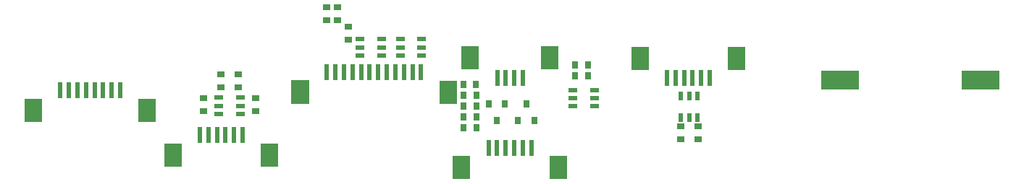
<source format=gbp>
G04*
G04 #@! TF.GenerationSoftware,Altium Limited,Altium Designer,22.9.1 (49)*
G04*
G04 Layer_Color=128*
%FSLAX25Y25*%
%MOIN*%
G70*
G04*
G04 #@! TF.SameCoordinates,3F8A9F32-4B6F-401C-BF37-4CBD66F0855C*
G04*
G04*
G04 #@! TF.FilePolarity,Positive*
G04*
G01*
G75*
%ADD25R,0.03543X0.02756*%
%ADD27R,0.02756X0.03543*%
%ADD46R,0.04331X0.02362*%
%ADD56R,0.02362X0.04331*%
%ADD112R,0.02362X0.07480*%
%ADD113R,0.08268X0.11024*%
%ADD114R,0.03150X0.03543*%
%ADD115R,0.17717X0.09055*%
G36*
X254984Y197236D02*
X246717D01*
Y208260D01*
X254984D01*
Y197236D01*
D02*
G37*
D25*
X222543Y210906D02*
D03*
X230500Y200000D02*
D03*
Y194095D02*
D03*
X222543Y205000D02*
D03*
X206500Y200000D02*
D03*
Y194095D02*
D03*
X214500Y205095D02*
D03*
Y211000D02*
D03*
X426000Y181047D02*
D03*
Y186953D02*
D03*
X434000Y181047D02*
D03*
Y186953D02*
D03*
X263000Y236047D02*
D03*
Y241953D02*
D03*
X268000Y236047D02*
D03*
Y241953D02*
D03*
X273000Y232953D02*
D03*
Y227047D02*
D03*
D27*
X331953Y191500D02*
D03*
X326047D02*
D03*
X377547Y210500D02*
D03*
X383453D02*
D03*
X377547Y215500D02*
D03*
X383453D02*
D03*
X326047Y201500D02*
D03*
X331953D02*
D03*
X326000Y206500D02*
D03*
X331906D02*
D03*
X331953Y196500D02*
D03*
X326047D02*
D03*
X331953Y186500D02*
D03*
X326047D02*
D03*
D46*
X213579Y200240D02*
D03*
Y196500D02*
D03*
Y192760D02*
D03*
X223421D02*
D03*
Y196500D02*
D03*
Y200240D02*
D03*
X386421Y196260D02*
D03*
Y200000D02*
D03*
Y203740D02*
D03*
X376579D02*
D03*
Y200000D02*
D03*
Y196260D02*
D03*
X278579Y227240D02*
D03*
Y223500D02*
D03*
Y219760D02*
D03*
X288421D02*
D03*
Y223500D02*
D03*
Y227240D02*
D03*
X306842Y219760D02*
D03*
Y223500D02*
D03*
Y227240D02*
D03*
X297000D02*
D03*
Y223500D02*
D03*
Y219760D02*
D03*
D56*
X426260Y191079D02*
D03*
X430000D02*
D03*
X433740D02*
D03*
Y200921D02*
D03*
X430000D02*
D03*
X426260D02*
D03*
D112*
X279000Y212000D02*
D03*
X286874D02*
D03*
X298685D02*
D03*
X267189D02*
D03*
X306559D02*
D03*
X263252D02*
D03*
X302622D02*
D03*
X294748D02*
D03*
X290811D02*
D03*
X271126D02*
D03*
X275063D02*
D03*
X282937D02*
D03*
X341626Y209500D02*
D03*
X353437D02*
D03*
X349500D02*
D03*
X345563D02*
D03*
X349468Y177126D02*
D03*
X341595D02*
D03*
X357343D02*
D03*
X337657D02*
D03*
X353405D02*
D03*
X345532D02*
D03*
X148413Y203752D02*
D03*
X152350D02*
D03*
X156287D02*
D03*
X164161D02*
D03*
X140539D02*
D03*
X168098D02*
D03*
X144476D02*
D03*
X160224D02*
D03*
X427665Y209248D02*
D03*
X435539D02*
D03*
X419791D02*
D03*
X439476D02*
D03*
X423728D02*
D03*
X431602D02*
D03*
X216563Y183000D02*
D03*
X208689D02*
D03*
X224437D02*
D03*
X204752D02*
D03*
X220500D02*
D03*
X212626D02*
D03*
D113*
X250850Y202748D02*
D03*
X318961D02*
D03*
X365839Y218752D02*
D03*
X329224D02*
D03*
X325256Y167874D02*
D03*
X369744D02*
D03*
X180500Y194500D02*
D03*
X128138D02*
D03*
X451878Y218500D02*
D03*
X407390D02*
D03*
X192350Y173748D02*
D03*
X236839D02*
D03*
D114*
X355000Y197500D02*
D03*
X351260Y189626D02*
D03*
X358740D02*
D03*
X341500Y189563D02*
D03*
X345240Y197437D02*
D03*
X337760D02*
D03*
D115*
X499537Y208300D02*
D03*
X564104D02*
D03*
M02*

</source>
